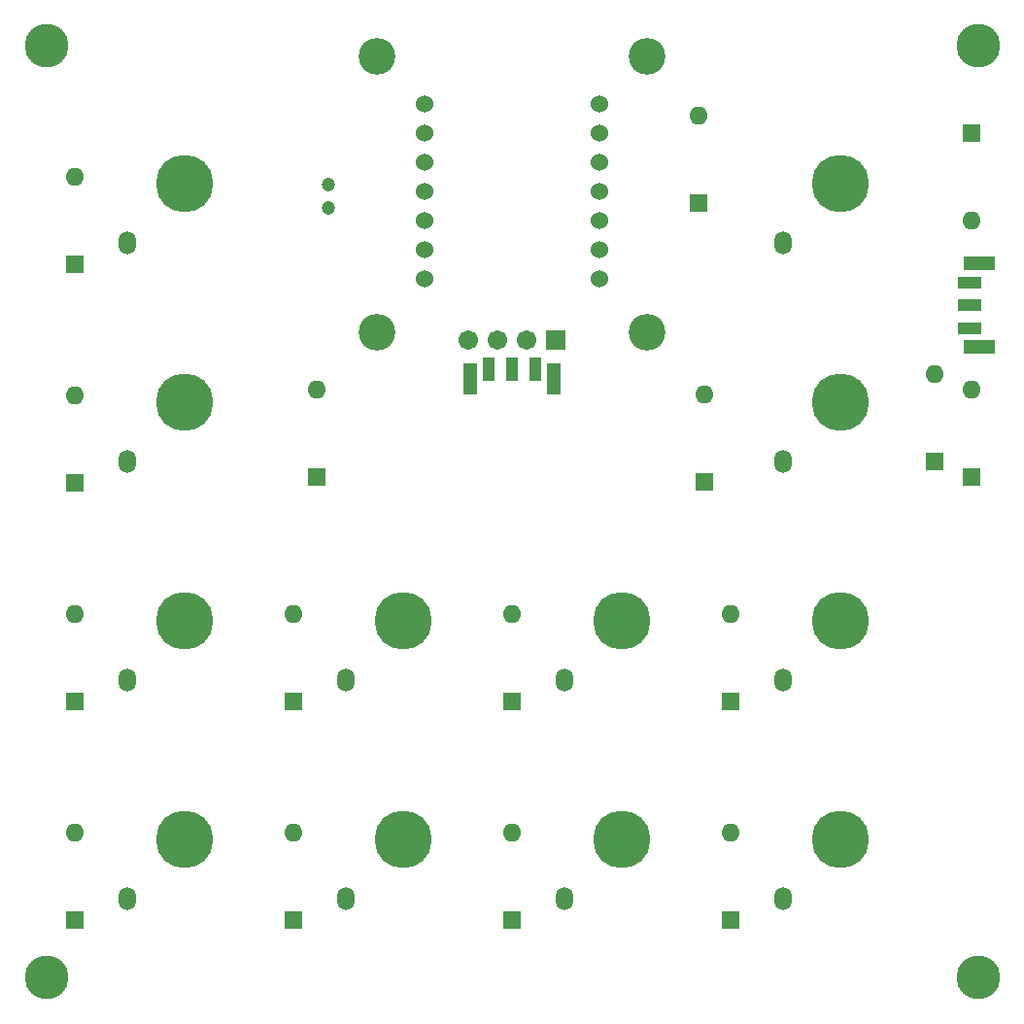
<source format=gts>
%TF.GenerationSoftware,KiCad,Pcbnew,8.0.8*%
%TF.CreationDate,2025-02-20T23:43:36+01:00*%
%TF.ProjectId,hackpad,6861636b-7061-4642-9e6b-696361645f70,rev?*%
%TF.SameCoordinates,Original*%
%TF.FileFunction,Soldermask,Top*%
%TF.FilePolarity,Negative*%
%FSLAX46Y46*%
G04 Gerber Fmt 4.6, Leading zero omitted, Abs format (unit mm)*
G04 Created by KiCad (PCBNEW 8.0.8) date 2025-02-20 23:43:36*
%MOMM*%
%LPD*%
G01*
G04 APERTURE LIST*
G04 Aperture macros list*
%AMRoundRect*
0 Rectangle with rounded corners*
0 $1 Rounding radius*
0 $2 $3 $4 $5 $6 $7 $8 $9 X,Y pos of 4 corners*
0 Add a 4 corners polygon primitive as box body*
4,1,4,$2,$3,$4,$5,$6,$7,$8,$9,$2,$3,0*
0 Add four circle primitives for the rounded corners*
1,1,$1+$1,$2,$3*
1,1,$1+$1,$4,$5*
1,1,$1+$1,$6,$7*
1,1,$1+$1,$8,$9*
0 Add four rect primitives between the rounded corners*
20,1,$1+$1,$2,$3,$4,$5,0*
20,1,$1+$1,$4,$5,$6,$7,0*
20,1,$1+$1,$6,$7,$8,$9,0*
20,1,$1+$1,$8,$9,$2,$3,0*%
G04 Aperture macros list end*
%ADD10RoundRect,0.102000X0.754000X0.754000X-0.754000X0.754000X-0.754000X-0.754000X0.754000X-0.754000X0*%
%ADD11C,1.712000*%
%ADD12C,3.204000*%
%ADD13O,1.500000X2.000000*%
%ADD14C,5.000000*%
%ADD15C,3.800000*%
%ADD16R,1.250000X2.700000*%
%ADD17R,1.000000X2.000000*%
%ADD18R,2.700000X1.250000*%
%ADD19R,2.000000X1.000000*%
%ADD20R,1.600000X1.600000*%
%ADD21O,1.600000X1.600000*%
%ADD22C,1.524000*%
%ADD23C,1.200000*%
G04 APERTURE END LIST*
D10*
%TO.C,U2*%
X73810000Y-55055000D03*
D11*
X71270000Y-55055000D03*
X68730000Y-55055000D03*
X66190000Y-55055000D03*
D12*
X81750000Y-54325000D03*
X58250000Y-54325000D03*
X58250000Y-30325000D03*
X81750000Y-30325000D03*
%TD*%
D13*
%TO.C,SW1*%
X36425000Y-46575000D03*
D14*
X41425000Y-41425000D03*
%TD*%
D13*
%TO.C,SW4*%
X93575000Y-65625000D03*
D14*
X98575000Y-60475000D03*
%TD*%
D15*
%TO.C,H2*%
X110600000Y-29400000D03*
%TD*%
%TO.C,H3*%
X29400000Y-29400000D03*
%TD*%
D13*
%TO.C,SW6*%
X55475000Y-84675000D03*
D14*
X60475000Y-79525000D03*
%TD*%
D13*
%TO.C,SW9*%
X36425000Y-103725000D03*
D14*
X41425000Y-98575000D03*
%TD*%
D15*
%TO.C,H1*%
X110600000Y-110600000D03*
%TD*%
D16*
%TO.C,SW13*%
X73630000Y-58420000D03*
X66370000Y-58420000D03*
D17*
X68000000Y-57580000D03*
X72000000Y-57580000D03*
X70000000Y-57580000D03*
%TD*%
D13*
%TO.C,SW12*%
X93575000Y-103725000D03*
D14*
X98575000Y-98575000D03*
%TD*%
D15*
%TO.C,H4*%
X29400000Y-110600000D03*
%TD*%
D13*
%TO.C,SW8*%
X93575000Y-84675000D03*
D14*
X98575000Y-79525000D03*
%TD*%
D13*
%TO.C,SW5*%
X36425000Y-84675000D03*
D14*
X41425000Y-79525000D03*
%TD*%
D13*
%TO.C,SW3*%
X36425000Y-65625000D03*
D14*
X41425000Y-60475000D03*
%TD*%
D18*
%TO.C,SW14*%
X110720000Y-48370000D03*
X110720000Y-55630000D03*
D19*
X109880000Y-54000000D03*
X109880000Y-50000000D03*
X109880000Y-52000000D03*
%TD*%
D13*
%TO.C,SW11*%
X74525000Y-103725000D03*
D14*
X79525000Y-98575000D03*
%TD*%
D13*
%TO.C,SW7*%
X74525000Y-84675000D03*
D14*
X79525000Y-79525000D03*
%TD*%
D13*
%TO.C,SW2*%
X93575000Y-46575000D03*
D14*
X98575000Y-41425000D03*
%TD*%
D13*
%TO.C,SW10*%
X55475000Y-103725000D03*
D14*
X60475000Y-98575000D03*
%TD*%
D20*
%TO.C,D10*%
X50975000Y-105575000D03*
D21*
X50975000Y-97955000D03*
%TD*%
D20*
%TO.C,D13*%
X86750000Y-67370000D03*
D21*
X86750000Y-59750000D03*
%TD*%
D20*
%TO.C,D8*%
X89075000Y-86525000D03*
D21*
X89075000Y-78905000D03*
%TD*%
D20*
%TO.C,D12*%
X89075000Y-105575000D03*
D21*
X89075000Y-97955000D03*
%TD*%
D20*
%TO.C,D5*%
X31925000Y-86525000D03*
D21*
X31925000Y-78905000D03*
%TD*%
D20*
%TO.C,D14*%
X53000000Y-67000000D03*
D21*
X53000000Y-59380000D03*
%TD*%
D20*
%TO.C,D15*%
X110000000Y-37000000D03*
D21*
X110000000Y-44620000D03*
%TD*%
D20*
%TO.C,D9*%
X31925000Y-105575000D03*
D21*
X31925000Y-97955000D03*
%TD*%
D20*
%TO.C,D1*%
X31925000Y-48425000D03*
D21*
X31925000Y-40805000D03*
%TD*%
D20*
%TO.C,D11*%
X70025000Y-105575000D03*
D21*
X70025000Y-97955000D03*
%TD*%
D20*
%TO.C,D4*%
X106825000Y-65575000D03*
D21*
X106825000Y-57955000D03*
%TD*%
D20*
%TO.C,D7*%
X70000000Y-86500000D03*
D21*
X70000000Y-78880000D03*
%TD*%
D20*
%TO.C,D2*%
X86250000Y-43120000D03*
D21*
X86250000Y-35500000D03*
%TD*%
D22*
%TO.C,U1*%
X77620000Y-34405000D03*
X77620000Y-36945000D03*
X77620000Y-39485000D03*
X77620000Y-42025000D03*
X77620000Y-44565000D03*
X77620000Y-47105000D03*
X77620000Y-49645000D03*
X62380000Y-49645000D03*
X62380000Y-47105000D03*
X62380000Y-44565000D03*
X62380000Y-42025000D03*
X62380000Y-39485000D03*
X62380000Y-36945000D03*
X62380000Y-34405000D03*
%TD*%
D20*
%TO.C,D6*%
X50975000Y-86525000D03*
D21*
X50975000Y-78905000D03*
%TD*%
D20*
%TO.C,D16*%
X110000000Y-67000000D03*
D21*
X110000000Y-59380000D03*
%TD*%
D23*
%TO.C,C2*%
X54000000Y-43500000D03*
X54000000Y-41500000D03*
%TD*%
D20*
%TO.C,D3*%
X31925000Y-67475000D03*
D21*
X31925000Y-59855000D03*
%TD*%
M02*

</source>
